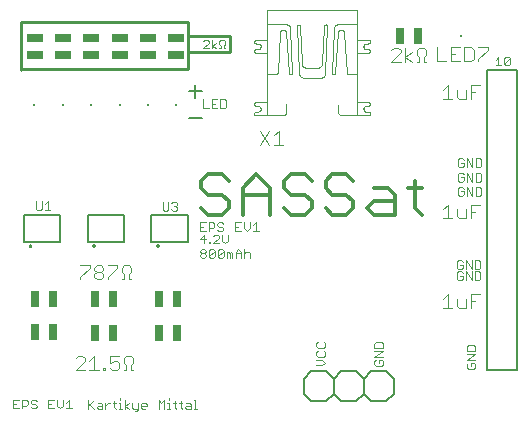
<source format=gto>
G75*
%MOIN*%
%OFA0B0*%
%FSLAX25Y25*%
%IPPOS*%
%LPD*%
%AMOC8*
5,1,8,0,0,1.08239X$1,22.5*
%
%ADD10C,0.00600*%
%ADD11C,0.00300*%
%ADD12C,0.01200*%
%ADD13C,0.01000*%
%ADD14C,0.00400*%
%ADD15R,0.00787X0.00787*%
%ADD16R,0.02559X0.05512*%
%ADD17R,0.05512X0.02559*%
%ADD18C,0.00500*%
D10*
X0101463Y0009543D02*
X0103963Y0007043D01*
X0108963Y0007043D01*
X0111463Y0009543D01*
X0113963Y0007043D01*
X0118963Y0007043D01*
X0121463Y0009543D01*
X0123963Y0007043D01*
X0128963Y0007043D01*
X0131463Y0009543D01*
X0131463Y0014543D01*
X0128963Y0017043D01*
X0123963Y0017043D01*
X0121463Y0014543D01*
X0121463Y0009543D01*
X0121463Y0014543D02*
X0118963Y0017043D01*
X0113963Y0017043D01*
X0111463Y0014543D01*
X0111463Y0009543D01*
X0111463Y0014543D02*
X0108963Y0017043D01*
X0103963Y0017043D01*
X0101463Y0014543D01*
X0101463Y0009543D01*
X0067381Y0101402D02*
X0063111Y0101402D01*
X0065246Y0108224D02*
X0065246Y0112494D01*
X0063111Y0110359D02*
X0067381Y0110359D01*
D11*
X0006431Y0004693D02*
X0004496Y0004693D01*
X0004496Y0007596D01*
X0006431Y0007596D01*
X0007443Y0007596D02*
X0008894Y0007596D01*
X0009378Y0007112D01*
X0009378Y0006145D01*
X0008894Y0005661D01*
X0007443Y0005661D01*
X0007443Y0004693D02*
X0007443Y0007596D01*
X0005464Y0006145D02*
X0004496Y0006145D01*
X0010389Y0006628D02*
X0010873Y0006145D01*
X0011841Y0006145D01*
X0012324Y0005661D01*
X0012324Y0005177D01*
X0011841Y0004693D01*
X0010873Y0004693D01*
X0010389Y0005177D01*
X0010389Y0006628D02*
X0010389Y0007112D01*
X0010873Y0007596D01*
X0011841Y0007596D01*
X0012324Y0007112D01*
X0016283Y0007596D02*
X0016283Y0004693D01*
X0018218Y0004693D01*
X0019229Y0005661D02*
X0020197Y0004693D01*
X0021164Y0005661D01*
X0021164Y0007596D01*
X0022176Y0006628D02*
X0023143Y0007596D01*
X0023143Y0004693D01*
X0022176Y0004693D02*
X0024111Y0004693D01*
X0019229Y0005661D02*
X0019229Y0007596D01*
X0018218Y0007596D02*
X0016283Y0007596D01*
X0016283Y0006145D02*
X0017250Y0006145D01*
X0029398Y0005612D02*
X0031333Y0007547D01*
X0032828Y0006579D02*
X0033796Y0006579D01*
X0034280Y0006095D01*
X0034280Y0004644D01*
X0032828Y0004644D01*
X0032345Y0005128D01*
X0032828Y0005612D01*
X0034280Y0005612D01*
X0035291Y0005612D02*
X0036259Y0006579D01*
X0036742Y0006579D01*
X0037746Y0006579D02*
X0038714Y0006579D01*
X0038230Y0007063D02*
X0038230Y0005128D01*
X0038714Y0004644D01*
X0039711Y0004644D02*
X0040678Y0004644D01*
X0040195Y0004644D02*
X0040195Y0006579D01*
X0039711Y0006579D01*
X0040195Y0007547D02*
X0040195Y0008030D01*
X0041675Y0007547D02*
X0041675Y0004644D01*
X0041675Y0005612D02*
X0043126Y0006579D01*
X0044131Y0006579D02*
X0044131Y0005128D01*
X0044614Y0004644D01*
X0046066Y0004644D01*
X0046066Y0004160D02*
X0045582Y0003677D01*
X0045098Y0003677D01*
X0046066Y0004160D02*
X0046066Y0006579D01*
X0047077Y0006095D02*
X0047077Y0005128D01*
X0047561Y0004644D01*
X0048528Y0004644D01*
X0049012Y0005612D02*
X0047077Y0005612D01*
X0047077Y0006095D02*
X0047561Y0006579D01*
X0048528Y0006579D01*
X0049012Y0006095D01*
X0049012Y0005612D01*
X0052970Y0004644D02*
X0052970Y0007547D01*
X0053938Y0006579D01*
X0054905Y0007547D01*
X0054905Y0004644D01*
X0055917Y0004644D02*
X0056884Y0004644D01*
X0056400Y0004644D02*
X0056400Y0006579D01*
X0055917Y0006579D01*
X0056400Y0007547D02*
X0056400Y0008030D01*
X0057881Y0006579D02*
X0058849Y0006579D01*
X0058365Y0007063D02*
X0058365Y0005128D01*
X0058849Y0004644D01*
X0060329Y0005128D02*
X0060813Y0004644D01*
X0060329Y0005128D02*
X0060329Y0007063D01*
X0059845Y0006579D02*
X0060813Y0006579D01*
X0062293Y0006579D02*
X0063261Y0006579D01*
X0063745Y0006095D01*
X0063745Y0004644D01*
X0062293Y0004644D01*
X0061810Y0005128D01*
X0062293Y0005612D01*
X0063745Y0005612D01*
X0064756Y0004644D02*
X0065724Y0004644D01*
X0065240Y0004644D02*
X0065240Y0007547D01*
X0064756Y0007547D01*
X0043126Y0004644D02*
X0041675Y0005612D01*
X0035291Y0004644D02*
X0035291Y0006579D01*
X0031333Y0004644D02*
X0029882Y0006095D01*
X0029398Y0004644D02*
X0029398Y0007547D01*
X0067333Y0054890D02*
X0066849Y0055374D01*
X0066849Y0055858D01*
X0067333Y0056341D01*
X0068300Y0056341D01*
X0068784Y0055858D01*
X0068784Y0055374D01*
X0068300Y0054890D01*
X0067333Y0054890D01*
X0067333Y0056341D02*
X0066849Y0056825D01*
X0066849Y0057309D01*
X0067333Y0057793D01*
X0068300Y0057793D01*
X0068784Y0057309D01*
X0068784Y0056825D01*
X0068300Y0056341D01*
X0069795Y0055374D02*
X0069795Y0057309D01*
X0070279Y0057793D01*
X0071247Y0057793D01*
X0071730Y0057309D01*
X0069795Y0055374D01*
X0070279Y0054890D01*
X0071247Y0054890D01*
X0071730Y0055374D01*
X0071730Y0057309D01*
X0072742Y0057309D02*
X0073226Y0057793D01*
X0074193Y0057793D01*
X0074677Y0057309D01*
X0072742Y0055374D01*
X0073226Y0054890D01*
X0074193Y0054890D01*
X0074677Y0055374D01*
X0074677Y0057309D01*
X0075688Y0056825D02*
X0075688Y0054890D01*
X0076656Y0054890D02*
X0076656Y0056341D01*
X0077140Y0056825D01*
X0077623Y0056341D01*
X0077623Y0054890D01*
X0078635Y0054890D02*
X0078635Y0056825D01*
X0079602Y0057793D01*
X0080570Y0056825D01*
X0080570Y0054890D01*
X0081581Y0054890D02*
X0081581Y0057793D01*
X0082065Y0056825D02*
X0083033Y0056825D01*
X0083516Y0056341D01*
X0083516Y0054890D01*
X0081581Y0056341D02*
X0082065Y0056825D01*
X0080570Y0056341D02*
X0078635Y0056341D01*
X0076656Y0056341D02*
X0076172Y0056825D01*
X0075688Y0056825D01*
X0075183Y0059690D02*
X0076150Y0060658D01*
X0076150Y0062593D01*
X0074215Y0062593D02*
X0074215Y0060658D01*
X0075183Y0059690D01*
X0073204Y0059690D02*
X0071269Y0059690D01*
X0073204Y0061625D01*
X0073204Y0062109D01*
X0072720Y0062593D01*
X0071752Y0062593D01*
X0071269Y0062109D01*
X0070279Y0060174D02*
X0069795Y0060174D01*
X0069795Y0059690D01*
X0070279Y0059690D01*
X0070279Y0060174D01*
X0068784Y0061141D02*
X0066849Y0061141D01*
X0068300Y0062593D01*
X0068300Y0059690D01*
X0072742Y0057309D02*
X0072742Y0055374D01*
X0073078Y0063798D02*
X0072594Y0064281D01*
X0073078Y0063798D02*
X0074045Y0063798D01*
X0074529Y0064281D01*
X0074529Y0064765D01*
X0074045Y0065249D01*
X0073078Y0065249D01*
X0072594Y0065733D01*
X0072594Y0066216D01*
X0073078Y0066700D01*
X0074045Y0066700D01*
X0074529Y0066216D01*
X0071583Y0066216D02*
X0071583Y0065249D01*
X0071099Y0064765D01*
X0069648Y0064765D01*
X0069648Y0063798D02*
X0069648Y0066700D01*
X0071099Y0066700D01*
X0071583Y0066216D01*
X0068636Y0066700D02*
X0066701Y0066700D01*
X0066701Y0063798D01*
X0068636Y0063798D01*
X0067669Y0065249D02*
X0066701Y0065249D01*
X0059230Y0071073D02*
X0058747Y0070589D01*
X0057779Y0070589D01*
X0057295Y0071073D01*
X0056284Y0071073D02*
X0056284Y0073491D01*
X0057295Y0073008D02*
X0057779Y0073491D01*
X0058747Y0073491D01*
X0059230Y0073008D01*
X0059230Y0072524D01*
X0058747Y0072040D01*
X0059230Y0071556D01*
X0059230Y0071073D01*
X0058747Y0072040D02*
X0058263Y0072040D01*
X0056284Y0071073D02*
X0055800Y0070589D01*
X0054833Y0070589D01*
X0054349Y0071073D01*
X0054349Y0073491D01*
X0078487Y0066700D02*
X0078487Y0063798D01*
X0080422Y0063798D01*
X0081434Y0064765D02*
X0082401Y0063798D01*
X0083369Y0064765D01*
X0083369Y0066700D01*
X0084380Y0065733D02*
X0085348Y0066700D01*
X0085348Y0063798D01*
X0086315Y0063798D02*
X0084380Y0063798D01*
X0081434Y0064765D02*
X0081434Y0066700D01*
X0080422Y0066700D02*
X0078487Y0066700D01*
X0078487Y0065249D02*
X0079455Y0065249D01*
X0106060Y0026861D02*
X0105577Y0026377D01*
X0105577Y0025410D01*
X0106060Y0024926D01*
X0107995Y0024926D01*
X0108479Y0025410D01*
X0108479Y0026377D01*
X0107995Y0026861D01*
X0107995Y0023914D02*
X0108479Y0023431D01*
X0108479Y0022463D01*
X0107995Y0021979D01*
X0106060Y0021979D01*
X0105577Y0022463D01*
X0105577Y0023431D01*
X0106060Y0023914D01*
X0105577Y0020968D02*
X0107512Y0020968D01*
X0108479Y0020000D01*
X0107512Y0019033D01*
X0105577Y0019033D01*
X0124965Y0019399D02*
X0125449Y0018916D01*
X0127384Y0018916D01*
X0127868Y0019399D01*
X0127868Y0020367D01*
X0127384Y0020851D01*
X0126416Y0020851D01*
X0126416Y0019883D01*
X0125449Y0020851D02*
X0124965Y0020367D01*
X0124965Y0019399D01*
X0124965Y0021862D02*
X0127868Y0023797D01*
X0124965Y0023797D01*
X0124965Y0024809D02*
X0124965Y0026260D01*
X0125449Y0026744D01*
X0127384Y0026744D01*
X0127868Y0026260D01*
X0127868Y0024809D01*
X0124965Y0024809D01*
X0124965Y0021862D02*
X0127868Y0021862D01*
X0155723Y0022813D02*
X0158626Y0022813D01*
X0155723Y0020878D01*
X0158626Y0020878D01*
X0158142Y0019866D02*
X0157174Y0019866D01*
X0157174Y0018899D01*
X0156207Y0019866D02*
X0155723Y0019383D01*
X0155723Y0018415D01*
X0156207Y0017931D01*
X0158142Y0017931D01*
X0158626Y0018415D01*
X0158626Y0019383D01*
X0158142Y0019866D01*
X0158626Y0023825D02*
X0155723Y0023825D01*
X0155723Y0025276D01*
X0156207Y0025760D01*
X0158142Y0025760D01*
X0158626Y0025276D01*
X0158626Y0023825D01*
X0158341Y0047458D02*
X0159793Y0047458D01*
X0160276Y0047942D01*
X0160276Y0049877D01*
X0159793Y0050360D01*
X0158341Y0050360D01*
X0158341Y0047458D01*
X0157330Y0047458D02*
X0157330Y0050360D01*
X0157330Y0051149D02*
X0157330Y0054051D01*
X0158341Y0054051D02*
X0159793Y0054051D01*
X0160276Y0053568D01*
X0160276Y0051633D01*
X0159793Y0051149D01*
X0158341Y0051149D01*
X0158341Y0054051D01*
X0155395Y0054051D02*
X0155395Y0051149D01*
X0155395Y0050360D02*
X0157330Y0047458D01*
X0155395Y0047458D02*
X0155395Y0050360D01*
X0154383Y0049877D02*
X0153899Y0050360D01*
X0152932Y0050360D01*
X0152448Y0049877D01*
X0152448Y0047942D01*
X0152932Y0047458D01*
X0153899Y0047458D01*
X0154383Y0047942D01*
X0154383Y0048909D01*
X0153416Y0048909D01*
X0153899Y0051149D02*
X0154383Y0051633D01*
X0154383Y0052600D01*
X0153416Y0052600D01*
X0154383Y0053568D02*
X0153899Y0054051D01*
X0152932Y0054051D01*
X0152448Y0053568D01*
X0152448Y0051633D01*
X0152932Y0051149D01*
X0153899Y0051149D01*
X0155395Y0054051D02*
X0157330Y0051149D01*
X0157625Y0075558D02*
X0157625Y0078461D01*
X0158637Y0078461D02*
X0160088Y0078461D01*
X0160572Y0077977D01*
X0160572Y0076042D01*
X0160088Y0075558D01*
X0158637Y0075558D01*
X0158637Y0078461D01*
X0158637Y0080332D02*
X0160088Y0080332D01*
X0160572Y0080816D01*
X0160572Y0082751D01*
X0160088Y0083234D01*
X0158637Y0083234D01*
X0158637Y0080332D01*
X0157625Y0080332D02*
X0157625Y0083234D01*
X0157625Y0085106D02*
X0157625Y0088008D01*
X0158637Y0088008D02*
X0160088Y0088008D01*
X0160572Y0087524D01*
X0160572Y0085589D01*
X0160088Y0085106D01*
X0158637Y0085106D01*
X0158637Y0088008D01*
X0155690Y0088008D02*
X0155690Y0085106D01*
X0154678Y0085589D02*
X0154195Y0085106D01*
X0153227Y0085106D01*
X0152744Y0085589D01*
X0152744Y0087524D01*
X0153227Y0088008D01*
X0154195Y0088008D01*
X0154678Y0087524D01*
X0154678Y0086557D02*
X0153711Y0086557D01*
X0154678Y0086557D02*
X0154678Y0085589D01*
X0155690Y0088008D02*
X0157625Y0085106D01*
X0155690Y0083234D02*
X0157625Y0080332D01*
X0155690Y0080332D02*
X0155690Y0083234D01*
X0154678Y0082751D02*
X0154195Y0083234D01*
X0153227Y0083234D01*
X0152744Y0082751D01*
X0152744Y0080816D01*
X0153227Y0080332D01*
X0154195Y0080332D01*
X0154678Y0080816D01*
X0154678Y0081783D01*
X0153711Y0081783D01*
X0153227Y0078461D02*
X0152744Y0077977D01*
X0152744Y0076042D01*
X0153227Y0075558D01*
X0154195Y0075558D01*
X0154678Y0076042D01*
X0154678Y0077009D01*
X0153711Y0077009D01*
X0154678Y0077977D02*
X0154195Y0078461D01*
X0153227Y0078461D01*
X0155690Y0078461D02*
X0157625Y0075558D01*
X0155690Y0075558D02*
X0155690Y0078461D01*
X0165323Y0119063D02*
X0167258Y0119063D01*
X0166291Y0119063D02*
X0166291Y0121966D01*
X0165323Y0120998D01*
X0168270Y0121482D02*
X0168270Y0119547D01*
X0170205Y0121482D01*
X0170205Y0119547D01*
X0169721Y0119063D01*
X0168753Y0119063D01*
X0168270Y0119547D01*
X0168270Y0121482D02*
X0168753Y0121966D01*
X0169721Y0121966D01*
X0170205Y0121482D01*
X0075563Y0107210D02*
X0075563Y0105275D01*
X0075079Y0104792D01*
X0073628Y0104792D01*
X0073628Y0107694D01*
X0075079Y0107694D01*
X0075563Y0107210D01*
X0072616Y0107694D02*
X0070681Y0107694D01*
X0070681Y0104792D01*
X0072616Y0104792D01*
X0071649Y0106243D02*
X0070681Y0106243D01*
X0069670Y0104792D02*
X0067735Y0104792D01*
X0067735Y0107694D01*
X0067833Y0124674D02*
X0069768Y0126609D01*
X0069768Y0127092D01*
X0069284Y0127576D01*
X0068317Y0127576D01*
X0067833Y0127092D01*
X0067833Y0124674D02*
X0069768Y0124674D01*
X0070780Y0124674D02*
X0070780Y0127576D01*
X0072231Y0126609D02*
X0070780Y0125641D01*
X0072231Y0124674D01*
X0073235Y0124674D02*
X0073719Y0124674D01*
X0073719Y0125641D01*
X0073235Y0126125D01*
X0073235Y0127092D01*
X0073719Y0127576D01*
X0074686Y0127576D01*
X0075170Y0127092D01*
X0075170Y0126125D01*
X0074686Y0125641D01*
X0074686Y0124674D01*
X0075170Y0124674D01*
X0015989Y0073738D02*
X0015989Y0070835D01*
X0015022Y0070835D02*
X0016957Y0070835D01*
X0015022Y0072770D02*
X0015989Y0073738D01*
X0014010Y0073738D02*
X0014010Y0071319D01*
X0013526Y0070835D01*
X0012559Y0070835D01*
X0012075Y0071319D01*
X0012075Y0073738D01*
D12*
X0067200Y0071372D02*
X0069502Y0069070D01*
X0074106Y0069070D01*
X0076408Y0071372D01*
X0076408Y0073674D01*
X0074106Y0075976D01*
X0069502Y0075976D01*
X0067200Y0078278D01*
X0067200Y0080580D01*
X0069502Y0082882D01*
X0074106Y0082882D01*
X0076408Y0080580D01*
X0081012Y0078278D02*
X0085616Y0082882D01*
X0090220Y0078278D01*
X0090220Y0069070D01*
X0094824Y0071372D02*
X0097126Y0069070D01*
X0101730Y0069070D01*
X0104032Y0071372D01*
X0104032Y0073674D01*
X0101730Y0075976D01*
X0097126Y0075976D01*
X0094824Y0078278D01*
X0094824Y0080580D01*
X0097126Y0082882D01*
X0101730Y0082882D01*
X0104032Y0080580D01*
X0108636Y0080580D02*
X0108636Y0078278D01*
X0110938Y0075976D01*
X0115542Y0075976D01*
X0117844Y0073674D01*
X0117844Y0071372D01*
X0115542Y0069070D01*
X0110938Y0069070D01*
X0108636Y0071372D01*
X0108636Y0080580D02*
X0110938Y0082882D01*
X0115542Y0082882D01*
X0117844Y0080580D01*
X0124750Y0078278D02*
X0129353Y0078278D01*
X0131655Y0075976D01*
X0131655Y0069070D01*
X0124750Y0069070D01*
X0122448Y0071372D01*
X0124750Y0073674D01*
X0131655Y0073674D01*
X0136259Y0078278D02*
X0140863Y0078278D01*
X0138561Y0080580D02*
X0138561Y0071372D01*
X0140863Y0069070D01*
X0090220Y0075976D02*
X0081012Y0075976D01*
X0081012Y0078278D02*
X0081012Y0069070D01*
D13*
X0062909Y0117978D02*
X0007299Y0117978D01*
X0007299Y0133382D01*
X0062909Y0133382D01*
X0062909Y0117978D01*
X0063106Y0123441D02*
X0063106Y0123539D01*
X0063106Y0123441D02*
X0076787Y0123441D01*
X0076787Y0129002D01*
X0063254Y0129002D01*
X0007299Y0117978D02*
X0007299Y0117634D01*
X0007201Y0117634D01*
D14*
X0084859Y0123789D02*
X0084859Y0123789D01*
X0084858Y0123789D02*
X0084860Y0123741D01*
X0084865Y0123694D01*
X0084874Y0123647D01*
X0084887Y0123601D01*
X0084903Y0123556D01*
X0084923Y0123512D01*
X0084947Y0123471D01*
X0084973Y0123431D01*
X0085003Y0123393D01*
X0085035Y0123358D01*
X0085070Y0123326D01*
X0085108Y0123296D01*
X0085147Y0123270D01*
X0085189Y0123247D01*
X0085232Y0123227D01*
X0085277Y0123210D01*
X0085323Y0123197D01*
X0085370Y0123188D01*
X0085418Y0123183D01*
X0085465Y0123181D01*
X0085466Y0123181D02*
X0089164Y0123181D01*
X0089164Y0137421D01*
X0119133Y0137421D01*
X0119133Y0102374D01*
X0114166Y0102374D01*
X0114166Y0102373D02*
X0114094Y0102375D01*
X0114021Y0102380D01*
X0113949Y0102389D01*
X0113877Y0102402D01*
X0113807Y0102419D01*
X0113737Y0102439D01*
X0113668Y0102462D01*
X0113600Y0102489D01*
X0113534Y0102520D01*
X0113470Y0102553D01*
X0113407Y0102590D01*
X0113346Y0102630D01*
X0113288Y0102673D01*
X0113231Y0102719D01*
X0113177Y0102768D01*
X0113126Y0102819D01*
X0113077Y0102873D01*
X0113031Y0102930D01*
X0112988Y0102988D01*
X0112948Y0103049D01*
X0112911Y0103112D01*
X0112878Y0103176D01*
X0112847Y0103242D01*
X0112820Y0103310D01*
X0112797Y0103379D01*
X0112777Y0103449D01*
X0112760Y0103519D01*
X0112747Y0103591D01*
X0112738Y0103663D01*
X0112733Y0103736D01*
X0112731Y0103808D01*
X0112731Y0103809D02*
X0112731Y0105906D01*
X0119133Y0106789D02*
X0122831Y0106789D01*
X0122879Y0106787D01*
X0122927Y0106782D01*
X0122973Y0106772D01*
X0123019Y0106760D01*
X0123064Y0106743D01*
X0123108Y0106723D01*
X0123149Y0106700D01*
X0123189Y0106673D01*
X0123227Y0106644D01*
X0123262Y0106611D01*
X0123294Y0106576D01*
X0123324Y0106539D01*
X0123350Y0106499D01*
X0123373Y0106457D01*
X0123393Y0106414D01*
X0123410Y0106369D01*
X0123423Y0106323D01*
X0123432Y0106276D01*
X0123437Y0106229D01*
X0123439Y0106181D01*
X0123438Y0106181D02*
X0123438Y0106181D01*
X0123436Y0106132D01*
X0123431Y0106082D01*
X0123421Y0106034D01*
X0123409Y0105986D01*
X0123392Y0105939D01*
X0123372Y0105894D01*
X0123349Y0105850D01*
X0123323Y0105808D01*
X0123294Y0105768D01*
X0123261Y0105731D01*
X0123226Y0105696D01*
X0123189Y0105663D01*
X0123149Y0105634D01*
X0123107Y0105608D01*
X0123063Y0105585D01*
X0123018Y0105565D01*
X0122971Y0105548D01*
X0122923Y0105536D01*
X0122875Y0105526D01*
X0122825Y0105521D01*
X0122776Y0105519D01*
X0122169Y0105519D01*
X0122111Y0105517D01*
X0122054Y0105511D01*
X0121997Y0105502D01*
X0121940Y0105489D01*
X0121885Y0105472D01*
X0121831Y0105452D01*
X0121778Y0105428D01*
X0121728Y0105401D01*
X0121678Y0105370D01*
X0121631Y0105337D01*
X0121587Y0105300D01*
X0121545Y0105260D01*
X0121505Y0105218D01*
X0121468Y0105174D01*
X0121435Y0105127D01*
X0121404Y0105078D01*
X0121377Y0105027D01*
X0121353Y0104974D01*
X0121333Y0104920D01*
X0121316Y0104865D01*
X0121303Y0104808D01*
X0121294Y0104751D01*
X0121288Y0104694D01*
X0121286Y0104636D01*
X0121286Y0104526D01*
X0121286Y0104525D02*
X0121288Y0104468D01*
X0121294Y0104410D01*
X0121303Y0104353D01*
X0121316Y0104297D01*
X0121333Y0104241D01*
X0121353Y0104187D01*
X0121377Y0104135D01*
X0121404Y0104084D01*
X0121435Y0104035D01*
X0121468Y0103988D01*
X0121505Y0103943D01*
X0121545Y0103901D01*
X0121587Y0103861D01*
X0121632Y0103824D01*
X0121679Y0103791D01*
X0121728Y0103760D01*
X0121779Y0103733D01*
X0121831Y0103709D01*
X0121885Y0103689D01*
X0121941Y0103672D01*
X0121997Y0103659D01*
X0122054Y0103650D01*
X0122112Y0103644D01*
X0122169Y0103642D01*
X0122169Y0103643D02*
X0122831Y0103643D01*
X0122831Y0103642D02*
X0122879Y0103640D01*
X0122926Y0103635D01*
X0122973Y0103625D01*
X0123019Y0103612D01*
X0123063Y0103596D01*
X0123107Y0103576D01*
X0123148Y0103553D01*
X0123188Y0103526D01*
X0123225Y0103497D01*
X0123260Y0103464D01*
X0123293Y0103429D01*
X0123322Y0103392D01*
X0123349Y0103352D01*
X0123372Y0103311D01*
X0123392Y0103267D01*
X0123408Y0103223D01*
X0123421Y0103177D01*
X0123431Y0103130D01*
X0123436Y0103083D01*
X0123438Y0103035D01*
X0123436Y0102986D01*
X0123431Y0102936D01*
X0123421Y0102888D01*
X0123409Y0102840D01*
X0123392Y0102793D01*
X0123372Y0102748D01*
X0123349Y0102704D01*
X0123323Y0102662D01*
X0123294Y0102622D01*
X0123261Y0102585D01*
X0123226Y0102550D01*
X0123189Y0102517D01*
X0123149Y0102488D01*
X0123107Y0102462D01*
X0123063Y0102439D01*
X0123018Y0102419D01*
X0122971Y0102402D01*
X0122923Y0102390D01*
X0122875Y0102380D01*
X0122825Y0102375D01*
X0122776Y0102373D01*
X0119078Y0102373D01*
X0107101Y0114957D02*
X0101306Y0114957D01*
X0101306Y0114958D02*
X0101231Y0114960D01*
X0101156Y0114966D01*
X0101082Y0114976D01*
X0101008Y0114989D01*
X0100935Y0115007D01*
X0100863Y0115028D01*
X0100792Y0115053D01*
X0100722Y0115082D01*
X0100655Y0115114D01*
X0100589Y0115150D01*
X0100524Y0115190D01*
X0100463Y0115232D01*
X0100403Y0115278D01*
X0100346Y0115327D01*
X0100291Y0115378D01*
X0100240Y0115433D01*
X0100191Y0115490D01*
X0100145Y0115550D01*
X0100103Y0115611D01*
X0100063Y0115676D01*
X0100027Y0115742D01*
X0099995Y0115809D01*
X0099966Y0115879D01*
X0099941Y0115950D01*
X0099920Y0116022D01*
X0099902Y0116095D01*
X0099889Y0116169D01*
X0099879Y0116243D01*
X0099873Y0116318D01*
X0099871Y0116393D01*
X0099043Y0132122D01*
X0099044Y0132123D02*
X0099048Y0132169D01*
X0099056Y0132215D01*
X0099068Y0132260D01*
X0099083Y0132304D01*
X0099103Y0132347D01*
X0099126Y0132388D01*
X0099152Y0132426D01*
X0099181Y0132463D01*
X0099214Y0132496D01*
X0099249Y0132527D01*
X0099287Y0132555D01*
X0099326Y0132579D01*
X0099368Y0132600D01*
X0099412Y0132618D01*
X0099456Y0132631D01*
X0099502Y0132641D01*
X0099548Y0132647D01*
X0099595Y0132649D01*
X0099642Y0132647D01*
X0099688Y0132641D01*
X0099734Y0132631D01*
X0099778Y0132618D01*
X0099822Y0132600D01*
X0099864Y0132579D01*
X0099903Y0132555D01*
X0099941Y0132527D01*
X0099976Y0132496D01*
X0100009Y0132463D01*
X0100038Y0132426D01*
X0100064Y0132388D01*
X0100087Y0132347D01*
X0100107Y0132304D01*
X0100122Y0132260D01*
X0100134Y0132215D01*
X0100142Y0132169D01*
X0100146Y0132123D01*
X0100147Y0132122D02*
X0100699Y0120146D01*
X0100699Y0119870D01*
X0100701Y0119791D01*
X0100706Y0119713D01*
X0100716Y0119634D01*
X0100729Y0119557D01*
X0100746Y0119480D01*
X0100766Y0119403D01*
X0100790Y0119328D01*
X0100818Y0119255D01*
X0100849Y0119182D01*
X0100883Y0119111D01*
X0100921Y0119042D01*
X0100962Y0118975D01*
X0101006Y0118909D01*
X0101053Y0118846D01*
X0101103Y0118786D01*
X0101156Y0118727D01*
X0101212Y0118671D01*
X0101271Y0118618D01*
X0101331Y0118568D01*
X0101394Y0118521D01*
X0101460Y0118477D01*
X0101527Y0118436D01*
X0101596Y0118398D01*
X0101667Y0118364D01*
X0101740Y0118333D01*
X0101813Y0118305D01*
X0101888Y0118281D01*
X0101965Y0118261D01*
X0102042Y0118244D01*
X0102119Y0118231D01*
X0102198Y0118221D01*
X0102276Y0118216D01*
X0102355Y0118214D01*
X0105832Y0118214D01*
X0105913Y0118216D01*
X0105995Y0118222D01*
X0106076Y0118231D01*
X0106156Y0118245D01*
X0106235Y0118262D01*
X0106314Y0118283D01*
X0106392Y0118308D01*
X0106468Y0118337D01*
X0106543Y0118369D01*
X0106616Y0118404D01*
X0106688Y0118443D01*
X0106757Y0118486D01*
X0106824Y0118531D01*
X0106890Y0118580D01*
X0106952Y0118632D01*
X0107013Y0118687D01*
X0107070Y0118744D01*
X0107125Y0118805D01*
X0107177Y0118867D01*
X0107226Y0118933D01*
X0107271Y0119000D01*
X0107314Y0119070D01*
X0107353Y0119141D01*
X0107388Y0119214D01*
X0107420Y0119289D01*
X0107449Y0119365D01*
X0107474Y0119443D01*
X0107495Y0119522D01*
X0107512Y0119601D01*
X0107526Y0119681D01*
X0107535Y0119762D01*
X0107541Y0119844D01*
X0107543Y0119925D01*
X0108205Y0132178D01*
X0108206Y0132178D02*
X0108210Y0132222D01*
X0108218Y0132266D01*
X0108230Y0132309D01*
X0108245Y0132351D01*
X0108264Y0132391D01*
X0108286Y0132430D01*
X0108311Y0132466D01*
X0108339Y0132501D01*
X0108371Y0132533D01*
X0108404Y0132562D01*
X0108440Y0132588D01*
X0108479Y0132611D01*
X0108519Y0132631D01*
X0108560Y0132647D01*
X0108603Y0132659D01*
X0108646Y0132668D01*
X0108691Y0132674D01*
X0108735Y0132675D01*
X0108780Y0132673D01*
X0108824Y0132667D01*
X0108867Y0132657D01*
X0108910Y0132643D01*
X0108951Y0132626D01*
X0108991Y0132606D01*
X0109028Y0132582D01*
X0109064Y0132555D01*
X0109097Y0132525D01*
X0109128Y0132493D01*
X0109155Y0132458D01*
X0109180Y0132421D01*
X0109201Y0132382D01*
X0109219Y0132341D01*
X0109234Y0132299D01*
X0109244Y0132255D01*
X0109251Y0132211D01*
X0109255Y0132167D01*
X0109254Y0132122D01*
X0108426Y0116282D01*
X0108424Y0116210D01*
X0108418Y0116139D01*
X0108408Y0116068D01*
X0108395Y0115997D01*
X0108378Y0115928D01*
X0108356Y0115859D01*
X0108332Y0115792D01*
X0108303Y0115726D01*
X0108271Y0115662D01*
X0108236Y0115599D01*
X0108197Y0115539D01*
X0108156Y0115480D01*
X0108111Y0115425D01*
X0108063Y0115371D01*
X0108012Y0115320D01*
X0107958Y0115272D01*
X0107903Y0115227D01*
X0107844Y0115186D01*
X0107784Y0115147D01*
X0107721Y0115112D01*
X0107657Y0115080D01*
X0107591Y0115051D01*
X0107524Y0115027D01*
X0107455Y0115005D01*
X0107386Y0114988D01*
X0107315Y0114975D01*
X0107244Y0114965D01*
X0107173Y0114959D01*
X0107101Y0114957D01*
X0110799Y0116724D02*
X0111461Y0131184D01*
X0111461Y0131350D01*
X0111463Y0131422D01*
X0111469Y0131494D01*
X0111478Y0131566D01*
X0111491Y0131637D01*
X0111508Y0131707D01*
X0111528Y0131776D01*
X0111553Y0131844D01*
X0111580Y0131911D01*
X0111611Y0131976D01*
X0111646Y0132040D01*
X0111684Y0132102D01*
X0111725Y0132161D01*
X0111769Y0132218D01*
X0111815Y0132273D01*
X0111865Y0132326D01*
X0111918Y0132376D01*
X0111973Y0132422D01*
X0112030Y0132466D01*
X0112089Y0132507D01*
X0112151Y0132545D01*
X0112215Y0132580D01*
X0112280Y0132611D01*
X0112347Y0132638D01*
X0112415Y0132663D01*
X0112484Y0132683D01*
X0112554Y0132700D01*
X0112625Y0132713D01*
X0112697Y0132722D01*
X0112769Y0132728D01*
X0112841Y0132730D01*
X0118913Y0132730D01*
X0114773Y0129970D02*
X0115656Y0116558D01*
X0115657Y0116558D02*
X0115661Y0116517D01*
X0115669Y0116477D01*
X0115681Y0116438D01*
X0115695Y0116400D01*
X0115713Y0116363D01*
X0115734Y0116328D01*
X0115758Y0116295D01*
X0115785Y0116264D01*
X0115815Y0116236D01*
X0115846Y0116210D01*
X0115880Y0116187D01*
X0115916Y0116167D01*
X0115953Y0116150D01*
X0115991Y0116136D01*
X0116031Y0116126D01*
X0116071Y0116120D01*
X0116112Y0116116D01*
X0116153Y0116117D01*
X0118913Y0116117D01*
X0111958Y0116669D02*
X0112841Y0130025D01*
X0112847Y0130086D01*
X0112857Y0130147D01*
X0112871Y0130207D01*
X0112889Y0130267D01*
X0112910Y0130325D01*
X0112935Y0130381D01*
X0112964Y0130436D01*
X0112996Y0130489D01*
X0113031Y0130539D01*
X0113069Y0130588D01*
X0113111Y0130633D01*
X0113155Y0130676D01*
X0113202Y0130716D01*
X0113252Y0130753D01*
X0113303Y0130787D01*
X0113357Y0130818D01*
X0113413Y0130844D01*
X0113470Y0130868D01*
X0113529Y0130887D01*
X0113588Y0130903D01*
X0113649Y0130915D01*
X0113710Y0130923D01*
X0113772Y0130927D01*
X0113834Y0130928D01*
X0113895Y0130924D01*
X0113957Y0130916D01*
X0114017Y0130905D01*
X0114077Y0130889D01*
X0114136Y0130870D01*
X0114193Y0130847D01*
X0114249Y0130821D01*
X0114303Y0130791D01*
X0114355Y0130757D01*
X0114405Y0130721D01*
X0114452Y0130681D01*
X0114496Y0130638D01*
X0114538Y0130593D01*
X0114577Y0130545D01*
X0114613Y0130494D01*
X0114645Y0130442D01*
X0114674Y0130387D01*
X0114700Y0130331D01*
X0114721Y0130273D01*
X0114739Y0130214D01*
X0114754Y0130154D01*
X0114764Y0130093D01*
X0114770Y0130031D01*
X0114773Y0129970D01*
X0119133Y0127596D02*
X0122831Y0127596D01*
X0122831Y0127597D02*
X0122878Y0127595D01*
X0122926Y0127590D01*
X0122973Y0127581D01*
X0123019Y0127568D01*
X0123064Y0127551D01*
X0123107Y0127531D01*
X0123149Y0127508D01*
X0123188Y0127482D01*
X0123226Y0127452D01*
X0123261Y0127420D01*
X0123293Y0127385D01*
X0123323Y0127347D01*
X0123349Y0127307D01*
X0123373Y0127266D01*
X0123393Y0127222D01*
X0123409Y0127177D01*
X0123422Y0127131D01*
X0123431Y0127084D01*
X0123436Y0127037D01*
X0123438Y0126989D01*
X0123438Y0126989D01*
X0123436Y0126940D01*
X0123431Y0126890D01*
X0123421Y0126842D01*
X0123409Y0126794D01*
X0123392Y0126747D01*
X0123372Y0126702D01*
X0123349Y0126658D01*
X0123323Y0126616D01*
X0123294Y0126576D01*
X0123261Y0126539D01*
X0123226Y0126504D01*
X0123189Y0126471D01*
X0123149Y0126442D01*
X0123107Y0126416D01*
X0123063Y0126393D01*
X0123018Y0126373D01*
X0122971Y0126356D01*
X0122923Y0126344D01*
X0122875Y0126334D01*
X0122825Y0126329D01*
X0122776Y0126327D01*
X0122169Y0126327D01*
X0122111Y0126325D01*
X0122054Y0126320D01*
X0121997Y0126310D01*
X0121940Y0126297D01*
X0121885Y0126280D01*
X0121831Y0126260D01*
X0121778Y0126236D01*
X0121727Y0126209D01*
X0121678Y0126178D01*
X0121631Y0126145D01*
X0121587Y0126108D01*
X0121544Y0126069D01*
X0121505Y0126026D01*
X0121468Y0125982D01*
X0121435Y0125935D01*
X0121404Y0125886D01*
X0121377Y0125835D01*
X0121353Y0125782D01*
X0121333Y0125728D01*
X0121316Y0125673D01*
X0121303Y0125616D01*
X0121293Y0125559D01*
X0121288Y0125502D01*
X0121286Y0125444D01*
X0121286Y0125333D01*
X0121286Y0125334D02*
X0121288Y0125276D01*
X0121293Y0125219D01*
X0121303Y0125162D01*
X0121316Y0125105D01*
X0121333Y0125050D01*
X0121353Y0124996D01*
X0121377Y0124943D01*
X0121404Y0124892D01*
X0121435Y0124843D01*
X0121468Y0124796D01*
X0121505Y0124752D01*
X0121544Y0124709D01*
X0121587Y0124670D01*
X0121631Y0124633D01*
X0121678Y0124600D01*
X0121727Y0124569D01*
X0121778Y0124542D01*
X0121831Y0124518D01*
X0121885Y0124498D01*
X0121940Y0124481D01*
X0121997Y0124468D01*
X0122054Y0124458D01*
X0122111Y0124453D01*
X0122169Y0124451D01*
X0122169Y0124450D02*
X0122831Y0124450D01*
X0122879Y0124448D01*
X0122926Y0124443D01*
X0122973Y0124433D01*
X0123019Y0124420D01*
X0123063Y0124404D01*
X0123107Y0124384D01*
X0123148Y0124361D01*
X0123188Y0124334D01*
X0123225Y0124305D01*
X0123260Y0124272D01*
X0123293Y0124237D01*
X0123322Y0124200D01*
X0123349Y0124160D01*
X0123372Y0124119D01*
X0123392Y0124075D01*
X0123408Y0124031D01*
X0123421Y0123985D01*
X0123431Y0123938D01*
X0123436Y0123891D01*
X0123438Y0123843D01*
X0123436Y0123794D01*
X0123431Y0123744D01*
X0123421Y0123696D01*
X0123409Y0123648D01*
X0123392Y0123601D01*
X0123372Y0123556D01*
X0123349Y0123512D01*
X0123323Y0123470D01*
X0123294Y0123430D01*
X0123261Y0123393D01*
X0123226Y0123358D01*
X0123189Y0123325D01*
X0123149Y0123296D01*
X0123107Y0123270D01*
X0123063Y0123247D01*
X0123018Y0123227D01*
X0122971Y0123210D01*
X0122923Y0123198D01*
X0122875Y0123188D01*
X0122825Y0123183D01*
X0122776Y0123181D01*
X0119354Y0123181D01*
X0111958Y0116668D02*
X0111954Y0116621D01*
X0111946Y0116573D01*
X0111934Y0116527D01*
X0111918Y0116482D01*
X0111898Y0116438D01*
X0111875Y0116396D01*
X0111849Y0116356D01*
X0111819Y0116319D01*
X0111786Y0116284D01*
X0111751Y0116252D01*
X0111713Y0116223D01*
X0111672Y0116197D01*
X0111630Y0116174D01*
X0111586Y0116155D01*
X0111541Y0116140D01*
X0111494Y0116129D01*
X0111447Y0116121D01*
X0111399Y0116117D01*
X0111351Y0116118D01*
X0111304Y0116122D01*
X0111257Y0116130D01*
X0111210Y0116142D01*
X0111165Y0116158D01*
X0111121Y0116177D01*
X0111079Y0116200D01*
X0111039Y0116227D01*
X0111002Y0116256D01*
X0110967Y0116289D01*
X0110935Y0116324D01*
X0110905Y0116362D01*
X0110879Y0116403D01*
X0110857Y0116445D01*
X0110838Y0116489D01*
X0110822Y0116534D01*
X0110811Y0116581D01*
X0110803Y0116628D01*
X0110799Y0116675D01*
X0110800Y0116723D01*
X0097498Y0116723D02*
X0096835Y0131184D01*
X0096835Y0131349D01*
X0096833Y0131422D01*
X0096827Y0131494D01*
X0096818Y0131565D01*
X0096805Y0131636D01*
X0096788Y0131706D01*
X0096767Y0131776D01*
X0096743Y0131844D01*
X0096716Y0131910D01*
X0096685Y0131976D01*
X0096650Y0132039D01*
X0096612Y0132101D01*
X0096571Y0132160D01*
X0096527Y0132218D01*
X0096481Y0132272D01*
X0096431Y0132325D01*
X0096378Y0132375D01*
X0096324Y0132421D01*
X0096266Y0132465D01*
X0096207Y0132506D01*
X0096145Y0132544D01*
X0096082Y0132579D01*
X0096016Y0132610D01*
X0095950Y0132637D01*
X0095882Y0132661D01*
X0095812Y0132682D01*
X0095742Y0132699D01*
X0095671Y0132712D01*
X0095600Y0132721D01*
X0095528Y0132727D01*
X0095455Y0132729D01*
X0095456Y0132729D02*
X0089384Y0132729D01*
X0093524Y0129970D02*
X0092641Y0116558D01*
X0092640Y0116558D02*
X0092636Y0116517D01*
X0092628Y0116477D01*
X0092616Y0116438D01*
X0092602Y0116400D01*
X0092584Y0116363D01*
X0092563Y0116328D01*
X0092539Y0116295D01*
X0092512Y0116264D01*
X0092482Y0116236D01*
X0092451Y0116210D01*
X0092417Y0116187D01*
X0092381Y0116167D01*
X0092344Y0116150D01*
X0092306Y0116136D01*
X0092266Y0116126D01*
X0092226Y0116120D01*
X0092185Y0116116D01*
X0092144Y0116117D01*
X0092144Y0116116D02*
X0089384Y0116116D01*
X0096339Y0116668D02*
X0095456Y0130025D01*
X0095450Y0130086D01*
X0095440Y0130147D01*
X0095426Y0130207D01*
X0095408Y0130267D01*
X0095387Y0130325D01*
X0095362Y0130381D01*
X0095333Y0130436D01*
X0095301Y0130489D01*
X0095266Y0130539D01*
X0095228Y0130588D01*
X0095186Y0130633D01*
X0095142Y0130676D01*
X0095095Y0130716D01*
X0095045Y0130753D01*
X0094994Y0130787D01*
X0094940Y0130818D01*
X0094884Y0130844D01*
X0094827Y0130868D01*
X0094768Y0130887D01*
X0094709Y0130903D01*
X0094648Y0130915D01*
X0094587Y0130923D01*
X0094525Y0130927D01*
X0094463Y0130928D01*
X0094402Y0130924D01*
X0094340Y0130916D01*
X0094280Y0130905D01*
X0094220Y0130889D01*
X0094161Y0130870D01*
X0094104Y0130847D01*
X0094048Y0130821D01*
X0093994Y0130791D01*
X0093942Y0130757D01*
X0093892Y0130721D01*
X0093845Y0130681D01*
X0093801Y0130638D01*
X0093759Y0130593D01*
X0093720Y0130545D01*
X0093684Y0130494D01*
X0093652Y0130442D01*
X0093623Y0130387D01*
X0093597Y0130331D01*
X0093576Y0130273D01*
X0093558Y0130214D01*
X0093543Y0130154D01*
X0093533Y0130093D01*
X0093527Y0130031D01*
X0093524Y0129970D01*
X0088943Y0127597D02*
X0085521Y0127597D01*
X0085472Y0127595D01*
X0085422Y0127590D01*
X0085374Y0127580D01*
X0085326Y0127568D01*
X0085279Y0127551D01*
X0085234Y0127531D01*
X0085190Y0127508D01*
X0085148Y0127482D01*
X0085108Y0127453D01*
X0085071Y0127420D01*
X0085036Y0127385D01*
X0085003Y0127348D01*
X0084974Y0127308D01*
X0084948Y0127266D01*
X0084925Y0127222D01*
X0084905Y0127177D01*
X0084888Y0127130D01*
X0084876Y0127082D01*
X0084866Y0127034D01*
X0084861Y0126984D01*
X0084859Y0126935D01*
X0084861Y0126887D01*
X0084866Y0126840D01*
X0084876Y0126793D01*
X0084889Y0126747D01*
X0084905Y0126703D01*
X0084925Y0126659D01*
X0084948Y0126618D01*
X0084975Y0126578D01*
X0085004Y0126541D01*
X0085037Y0126506D01*
X0085072Y0126473D01*
X0085109Y0126444D01*
X0085149Y0126417D01*
X0085190Y0126394D01*
X0085234Y0126374D01*
X0085278Y0126358D01*
X0085324Y0126345D01*
X0085371Y0126335D01*
X0085418Y0126330D01*
X0085466Y0126328D01*
X0086128Y0126328D01*
X0086185Y0126326D01*
X0086243Y0126320D01*
X0086300Y0126311D01*
X0086356Y0126298D01*
X0086412Y0126281D01*
X0086466Y0126261D01*
X0086518Y0126237D01*
X0086569Y0126210D01*
X0086618Y0126179D01*
X0086665Y0126146D01*
X0086710Y0126109D01*
X0086752Y0126069D01*
X0086792Y0126027D01*
X0086829Y0125982D01*
X0086862Y0125935D01*
X0086893Y0125886D01*
X0086920Y0125835D01*
X0086944Y0125783D01*
X0086964Y0125729D01*
X0086981Y0125673D01*
X0086994Y0125617D01*
X0087003Y0125560D01*
X0087009Y0125502D01*
X0087011Y0125445D01*
X0087011Y0125444D02*
X0087011Y0125334D01*
X0087009Y0125276D01*
X0087004Y0125219D01*
X0086994Y0125162D01*
X0086981Y0125105D01*
X0086964Y0125050D01*
X0086944Y0124996D01*
X0086920Y0124943D01*
X0086893Y0124892D01*
X0086863Y0124843D01*
X0086829Y0124796D01*
X0086792Y0124752D01*
X0086753Y0124709D01*
X0086710Y0124670D01*
X0086666Y0124633D01*
X0086619Y0124599D01*
X0086570Y0124569D01*
X0086519Y0124542D01*
X0086466Y0124518D01*
X0086412Y0124498D01*
X0086357Y0124481D01*
X0086300Y0124468D01*
X0086243Y0124458D01*
X0086186Y0124453D01*
X0086128Y0124451D01*
X0085521Y0124451D01*
X0085472Y0124449D01*
X0085422Y0124444D01*
X0085374Y0124434D01*
X0085326Y0124422D01*
X0085279Y0124405D01*
X0085234Y0124385D01*
X0085190Y0124362D01*
X0085148Y0124336D01*
X0085108Y0124307D01*
X0085071Y0124274D01*
X0085036Y0124239D01*
X0085003Y0124202D01*
X0084974Y0124162D01*
X0084948Y0124120D01*
X0084925Y0124076D01*
X0084905Y0124031D01*
X0084888Y0123984D01*
X0084876Y0123936D01*
X0084866Y0123888D01*
X0084861Y0123838D01*
X0084859Y0123789D01*
X0089164Y0123181D02*
X0089164Y0102374D01*
X0085466Y0102374D01*
X0085418Y0102376D01*
X0085371Y0102381D01*
X0085324Y0102390D01*
X0085278Y0102403D01*
X0085233Y0102420D01*
X0085190Y0102440D01*
X0085148Y0102463D01*
X0085109Y0102489D01*
X0085071Y0102519D01*
X0085036Y0102551D01*
X0085004Y0102586D01*
X0084974Y0102624D01*
X0084948Y0102664D01*
X0084924Y0102705D01*
X0084905Y0102749D01*
X0084888Y0102793D01*
X0084875Y0102839D01*
X0084866Y0102886D01*
X0084861Y0102934D01*
X0084859Y0102981D01*
X0084859Y0102981D01*
X0084861Y0103030D01*
X0084866Y0103080D01*
X0084876Y0103128D01*
X0084888Y0103176D01*
X0084905Y0103223D01*
X0084925Y0103268D01*
X0084948Y0103312D01*
X0084974Y0103354D01*
X0085003Y0103394D01*
X0085036Y0103431D01*
X0085071Y0103466D01*
X0085108Y0103499D01*
X0085148Y0103528D01*
X0085190Y0103554D01*
X0085234Y0103577D01*
X0085279Y0103597D01*
X0085326Y0103614D01*
X0085374Y0103626D01*
X0085422Y0103636D01*
X0085472Y0103641D01*
X0085521Y0103643D01*
X0086128Y0103643D01*
X0086186Y0103645D01*
X0086243Y0103650D01*
X0086300Y0103660D01*
X0086357Y0103673D01*
X0086412Y0103690D01*
X0086466Y0103710D01*
X0086519Y0103734D01*
X0086570Y0103761D01*
X0086619Y0103791D01*
X0086666Y0103825D01*
X0086710Y0103862D01*
X0086753Y0103901D01*
X0086792Y0103944D01*
X0086829Y0103988D01*
X0086863Y0104035D01*
X0086893Y0104084D01*
X0086920Y0104135D01*
X0086944Y0104188D01*
X0086964Y0104242D01*
X0086981Y0104297D01*
X0086994Y0104354D01*
X0087004Y0104411D01*
X0087009Y0104468D01*
X0087011Y0104526D01*
X0087011Y0104637D01*
X0087009Y0104695D01*
X0087003Y0104752D01*
X0086994Y0104809D01*
X0086981Y0104866D01*
X0086964Y0104921D01*
X0086944Y0104975D01*
X0086920Y0105028D01*
X0086893Y0105079D01*
X0086862Y0105128D01*
X0086829Y0105175D01*
X0086792Y0105219D01*
X0086752Y0105261D01*
X0086710Y0105301D01*
X0086666Y0105338D01*
X0086619Y0105371D01*
X0086570Y0105402D01*
X0086519Y0105429D01*
X0086466Y0105453D01*
X0086412Y0105473D01*
X0086357Y0105490D01*
X0086300Y0105503D01*
X0086243Y0105512D01*
X0086186Y0105518D01*
X0086128Y0105520D01*
X0085466Y0105520D01*
X0085418Y0105522D01*
X0085371Y0105527D01*
X0085324Y0105537D01*
X0085278Y0105550D01*
X0085234Y0105566D01*
X0085190Y0105586D01*
X0085149Y0105609D01*
X0085109Y0105636D01*
X0085072Y0105665D01*
X0085037Y0105698D01*
X0085004Y0105733D01*
X0084975Y0105770D01*
X0084948Y0105810D01*
X0084925Y0105851D01*
X0084905Y0105895D01*
X0084889Y0105939D01*
X0084876Y0105985D01*
X0084866Y0106032D01*
X0084861Y0106079D01*
X0084859Y0106127D01*
X0084861Y0106176D01*
X0084866Y0106226D01*
X0084876Y0106274D01*
X0084888Y0106322D01*
X0084905Y0106369D01*
X0084925Y0106414D01*
X0084948Y0106458D01*
X0084974Y0106500D01*
X0085003Y0106540D01*
X0085036Y0106577D01*
X0085071Y0106612D01*
X0085108Y0106645D01*
X0085148Y0106674D01*
X0085190Y0106700D01*
X0085234Y0106723D01*
X0085279Y0106743D01*
X0085326Y0106760D01*
X0085374Y0106772D01*
X0085422Y0106782D01*
X0085472Y0106787D01*
X0085521Y0106789D01*
X0088943Y0106789D01*
X0089164Y0102374D02*
X0094186Y0102374D01*
X0094187Y0102373D02*
X0094259Y0102375D01*
X0094331Y0102381D01*
X0094403Y0102390D01*
X0094474Y0102403D01*
X0094544Y0102420D01*
X0094613Y0102440D01*
X0094681Y0102465D01*
X0094748Y0102492D01*
X0094813Y0102523D01*
X0094877Y0102558D01*
X0094939Y0102596D01*
X0094998Y0102637D01*
X0095055Y0102681D01*
X0095110Y0102727D01*
X0095163Y0102777D01*
X0095213Y0102830D01*
X0095259Y0102885D01*
X0095303Y0102942D01*
X0095344Y0103001D01*
X0095382Y0103063D01*
X0095417Y0103127D01*
X0095448Y0103192D01*
X0095475Y0103259D01*
X0095500Y0103327D01*
X0095520Y0103396D01*
X0095537Y0103466D01*
X0095550Y0103537D01*
X0095559Y0103609D01*
X0095565Y0103681D01*
X0095567Y0103753D01*
X0095566Y0103754D02*
X0095566Y0106072D01*
X0092988Y0097221D02*
X0092988Y0092617D01*
X0091454Y0092617D02*
X0094523Y0092617D01*
X0091454Y0095687D02*
X0092988Y0097221D01*
X0089919Y0097221D02*
X0086850Y0092617D01*
X0089919Y0092617D02*
X0086850Y0097221D01*
X0096339Y0116668D02*
X0096343Y0116621D01*
X0096351Y0116573D01*
X0096363Y0116527D01*
X0096379Y0116482D01*
X0096399Y0116438D01*
X0096422Y0116396D01*
X0096448Y0116356D01*
X0096478Y0116319D01*
X0096511Y0116284D01*
X0096546Y0116252D01*
X0096584Y0116223D01*
X0096625Y0116197D01*
X0096667Y0116174D01*
X0096711Y0116155D01*
X0096756Y0116140D01*
X0096803Y0116129D01*
X0096850Y0116121D01*
X0096898Y0116117D01*
X0096946Y0116118D01*
X0096993Y0116122D01*
X0097040Y0116130D01*
X0097087Y0116142D01*
X0097132Y0116158D01*
X0097176Y0116177D01*
X0097218Y0116200D01*
X0097258Y0116227D01*
X0097295Y0116256D01*
X0097330Y0116289D01*
X0097362Y0116324D01*
X0097392Y0116362D01*
X0097418Y0116403D01*
X0097440Y0116445D01*
X0097459Y0116489D01*
X0097475Y0116534D01*
X0097486Y0116581D01*
X0097494Y0116628D01*
X0097498Y0116675D01*
X0097497Y0116723D01*
X0130575Y0120308D02*
X0133644Y0123378D01*
X0133644Y0124145D01*
X0132877Y0124912D01*
X0131342Y0124912D01*
X0130575Y0124145D01*
X0130575Y0120308D02*
X0133644Y0120308D01*
X0135179Y0120308D02*
X0135179Y0124912D01*
X0137481Y0123378D02*
X0135179Y0121843D01*
X0137481Y0120308D01*
X0139015Y0120308D02*
X0139783Y0120308D01*
X0139783Y0121843D01*
X0139015Y0122610D01*
X0139015Y0124145D01*
X0139783Y0124912D01*
X0141317Y0124912D01*
X0142085Y0124145D01*
X0142085Y0122610D01*
X0141317Y0121843D01*
X0141317Y0120308D01*
X0142085Y0120308D01*
X0145757Y0120472D02*
X0148826Y0120472D01*
X0150361Y0120472D02*
X0153430Y0120472D01*
X0154965Y0120472D02*
X0157267Y0120472D01*
X0158034Y0121239D01*
X0158034Y0124308D01*
X0157267Y0125076D01*
X0154965Y0125076D01*
X0154965Y0120472D01*
X0151896Y0122774D02*
X0150361Y0122774D01*
X0150361Y0125076D02*
X0150361Y0120472D01*
X0145757Y0120472D02*
X0145757Y0125076D01*
X0150361Y0125076D02*
X0153430Y0125076D01*
X0159569Y0125076D02*
X0162638Y0125076D01*
X0162638Y0124308D01*
X0159569Y0121239D01*
X0159569Y0120472D01*
X0160079Y0112379D02*
X0157009Y0112379D01*
X0157009Y0107775D01*
X0155475Y0107775D02*
X0155475Y0110844D01*
X0157009Y0110077D02*
X0158544Y0110077D01*
X0155475Y0107775D02*
X0153173Y0107775D01*
X0152406Y0108542D01*
X0152406Y0110844D01*
X0150871Y0107775D02*
X0147802Y0107775D01*
X0149336Y0107775D02*
X0149336Y0112379D01*
X0147802Y0110844D01*
X0149385Y0072615D02*
X0149385Y0068011D01*
X0147851Y0068011D02*
X0150920Y0068011D01*
X0152455Y0068778D02*
X0153222Y0068011D01*
X0155524Y0068011D01*
X0155524Y0071080D01*
X0157059Y0070313D02*
X0158593Y0070313D01*
X0157059Y0072615D02*
X0160128Y0072615D01*
X0157059Y0072615D02*
X0157059Y0068011D01*
X0152455Y0068778D02*
X0152455Y0071080D01*
X0149385Y0072615D02*
X0147851Y0071080D01*
X0149336Y0042694D02*
X0149336Y0038090D01*
X0147802Y0038090D02*
X0150871Y0038090D01*
X0152406Y0038857D02*
X0153173Y0038090D01*
X0155475Y0038090D01*
X0155475Y0041159D01*
X0157009Y0040392D02*
X0158544Y0040392D01*
X0157009Y0038090D02*
X0157009Y0042694D01*
X0160079Y0042694D01*
X0152406Y0041159D02*
X0152406Y0038857D01*
X0149336Y0042694D02*
X0147802Y0041159D01*
X0043821Y0047810D02*
X0043054Y0047810D01*
X0043054Y0049345D01*
X0043821Y0050112D01*
X0043821Y0051647D01*
X0043054Y0052414D01*
X0041519Y0052414D01*
X0040752Y0051647D01*
X0040752Y0050112D01*
X0041519Y0049345D01*
X0041519Y0047810D01*
X0040752Y0047810D01*
X0039217Y0051647D02*
X0036148Y0048578D01*
X0036148Y0047810D01*
X0034613Y0048578D02*
X0034613Y0049345D01*
X0033846Y0050112D01*
X0032311Y0050112D01*
X0031544Y0050880D01*
X0031544Y0051647D01*
X0032311Y0052414D01*
X0033846Y0052414D01*
X0034613Y0051647D01*
X0034613Y0050880D01*
X0033846Y0050112D01*
X0032311Y0050112D02*
X0031544Y0049345D01*
X0031544Y0048578D01*
X0032311Y0047810D01*
X0033846Y0047810D01*
X0034613Y0048578D01*
X0039217Y0051647D02*
X0039217Y0052414D01*
X0036148Y0052414D01*
X0030009Y0052414D02*
X0030009Y0051647D01*
X0026940Y0048578D01*
X0026940Y0047810D01*
X0026940Y0052414D02*
X0030009Y0052414D01*
X0031452Y0022107D02*
X0031452Y0017503D01*
X0032986Y0017503D02*
X0029917Y0017503D01*
X0028382Y0017503D02*
X0025313Y0017503D01*
X0028382Y0020572D01*
X0028382Y0021340D01*
X0027615Y0022107D01*
X0026080Y0022107D01*
X0025313Y0021340D01*
X0029917Y0020572D02*
X0031452Y0022107D01*
X0034521Y0018270D02*
X0035288Y0018270D01*
X0035288Y0017503D01*
X0034521Y0017503D01*
X0034521Y0018270D01*
X0036823Y0018270D02*
X0037590Y0017503D01*
X0039125Y0017503D01*
X0039892Y0018270D01*
X0039892Y0019805D01*
X0039125Y0020572D01*
X0038357Y0020572D01*
X0036823Y0019805D01*
X0036823Y0022107D01*
X0039892Y0022107D01*
X0041427Y0021340D02*
X0041427Y0019805D01*
X0042194Y0019038D01*
X0042194Y0017503D01*
X0041427Y0017503D01*
X0043729Y0017503D02*
X0043729Y0019038D01*
X0044496Y0019805D01*
X0044496Y0021340D01*
X0043729Y0022107D01*
X0042194Y0022107D01*
X0041427Y0021340D01*
X0043729Y0017503D02*
X0044496Y0017503D01*
D15*
X0039976Y0105724D03*
X0030528Y0105724D03*
X0021079Y0105724D03*
X0011630Y0105724D03*
X0049425Y0105724D03*
X0058874Y0105724D03*
X0153756Y0128953D03*
D16*
X0139354Y0128947D03*
X0133554Y0128947D03*
X0058998Y0041163D03*
X0053198Y0041163D03*
X0053198Y0029943D03*
X0058998Y0029943D03*
X0037738Y0029746D03*
X0031938Y0029746D03*
X0031938Y0041163D03*
X0037738Y0041163D03*
X0017659Y0041163D03*
X0011859Y0041163D03*
X0011900Y0030128D03*
X0017700Y0030128D03*
D17*
X0021085Y0122530D03*
X0021085Y0128330D03*
X0011636Y0128330D03*
X0011636Y0122530D03*
X0030533Y0122530D03*
X0030533Y0128330D03*
X0039982Y0128330D03*
X0039982Y0122530D03*
X0049431Y0122530D03*
X0049431Y0128330D03*
X0058880Y0128330D03*
X0058880Y0122530D03*
D18*
X0062811Y0069110D02*
X0050606Y0069110D01*
X0050606Y0060055D01*
X0062811Y0060055D01*
X0062811Y0069110D01*
X0052494Y0058913D02*
X0052496Y0058946D01*
X0052502Y0058978D01*
X0052511Y0059010D01*
X0052525Y0059040D01*
X0052541Y0059068D01*
X0052561Y0059094D01*
X0052584Y0059118D01*
X0052610Y0059139D01*
X0052638Y0059156D01*
X0052668Y0059171D01*
X0052699Y0059181D01*
X0052731Y0059188D01*
X0052764Y0059191D01*
X0052797Y0059190D01*
X0052829Y0059185D01*
X0052861Y0059176D01*
X0052892Y0059164D01*
X0052920Y0059148D01*
X0052947Y0059129D01*
X0052971Y0059107D01*
X0052993Y0059082D01*
X0053011Y0059054D01*
X0053026Y0059025D01*
X0053038Y0058994D01*
X0053046Y0058962D01*
X0053050Y0058929D01*
X0053050Y0058897D01*
X0053046Y0058864D01*
X0053038Y0058832D01*
X0053026Y0058801D01*
X0053011Y0058772D01*
X0052993Y0058744D01*
X0052971Y0058719D01*
X0052947Y0058697D01*
X0052920Y0058678D01*
X0052892Y0058662D01*
X0052861Y0058650D01*
X0052829Y0058641D01*
X0052797Y0058636D01*
X0052764Y0058635D01*
X0052731Y0058638D01*
X0052699Y0058645D01*
X0052668Y0058655D01*
X0052638Y0058670D01*
X0052610Y0058687D01*
X0052584Y0058708D01*
X0052561Y0058732D01*
X0052541Y0058758D01*
X0052525Y0058786D01*
X0052511Y0058816D01*
X0052502Y0058848D01*
X0052496Y0058880D01*
X0052494Y0058913D01*
X0041551Y0060055D02*
X0041551Y0069110D01*
X0029346Y0069110D01*
X0029346Y0060055D01*
X0041551Y0060055D01*
X0031234Y0058913D02*
X0031236Y0058946D01*
X0031242Y0058978D01*
X0031251Y0059010D01*
X0031265Y0059040D01*
X0031281Y0059068D01*
X0031301Y0059094D01*
X0031324Y0059118D01*
X0031350Y0059139D01*
X0031378Y0059156D01*
X0031408Y0059171D01*
X0031439Y0059181D01*
X0031471Y0059188D01*
X0031504Y0059191D01*
X0031537Y0059190D01*
X0031569Y0059185D01*
X0031601Y0059176D01*
X0031632Y0059164D01*
X0031660Y0059148D01*
X0031687Y0059129D01*
X0031711Y0059107D01*
X0031733Y0059082D01*
X0031751Y0059054D01*
X0031766Y0059025D01*
X0031778Y0058994D01*
X0031786Y0058962D01*
X0031790Y0058929D01*
X0031790Y0058897D01*
X0031786Y0058864D01*
X0031778Y0058832D01*
X0031766Y0058801D01*
X0031751Y0058772D01*
X0031733Y0058744D01*
X0031711Y0058719D01*
X0031687Y0058697D01*
X0031660Y0058678D01*
X0031632Y0058662D01*
X0031601Y0058650D01*
X0031569Y0058641D01*
X0031537Y0058636D01*
X0031504Y0058635D01*
X0031471Y0058638D01*
X0031439Y0058645D01*
X0031408Y0058655D01*
X0031378Y0058670D01*
X0031350Y0058687D01*
X0031324Y0058708D01*
X0031301Y0058732D01*
X0031281Y0058758D01*
X0031265Y0058786D01*
X0031251Y0058816D01*
X0031242Y0058848D01*
X0031236Y0058880D01*
X0031234Y0058913D01*
X0020291Y0060055D02*
X0020291Y0069110D01*
X0008087Y0069110D01*
X0008087Y0060055D01*
X0020291Y0060055D01*
X0009974Y0058913D02*
X0009976Y0058946D01*
X0009982Y0058978D01*
X0009991Y0059010D01*
X0010005Y0059040D01*
X0010021Y0059068D01*
X0010041Y0059094D01*
X0010064Y0059118D01*
X0010090Y0059139D01*
X0010118Y0059156D01*
X0010148Y0059171D01*
X0010179Y0059181D01*
X0010211Y0059188D01*
X0010244Y0059191D01*
X0010277Y0059190D01*
X0010309Y0059185D01*
X0010341Y0059176D01*
X0010372Y0059164D01*
X0010400Y0059148D01*
X0010427Y0059129D01*
X0010451Y0059107D01*
X0010473Y0059082D01*
X0010491Y0059054D01*
X0010506Y0059025D01*
X0010518Y0058994D01*
X0010526Y0058962D01*
X0010530Y0058929D01*
X0010530Y0058897D01*
X0010526Y0058864D01*
X0010518Y0058832D01*
X0010506Y0058801D01*
X0010491Y0058772D01*
X0010473Y0058744D01*
X0010451Y0058719D01*
X0010427Y0058697D01*
X0010400Y0058678D01*
X0010372Y0058662D01*
X0010341Y0058650D01*
X0010309Y0058641D01*
X0010277Y0058636D01*
X0010244Y0058635D01*
X0010211Y0058638D01*
X0010179Y0058645D01*
X0010148Y0058655D01*
X0010118Y0058670D01*
X0010090Y0058687D01*
X0010064Y0058708D01*
X0010041Y0058732D01*
X0010021Y0058758D01*
X0010005Y0058786D01*
X0009991Y0058816D01*
X0009982Y0058848D01*
X0009976Y0058880D01*
X0009974Y0058913D01*
X0162496Y0017654D02*
X0172496Y0017654D01*
X0172496Y0117654D01*
X0162496Y0117654D01*
X0162496Y0017654D01*
M02*

</source>
